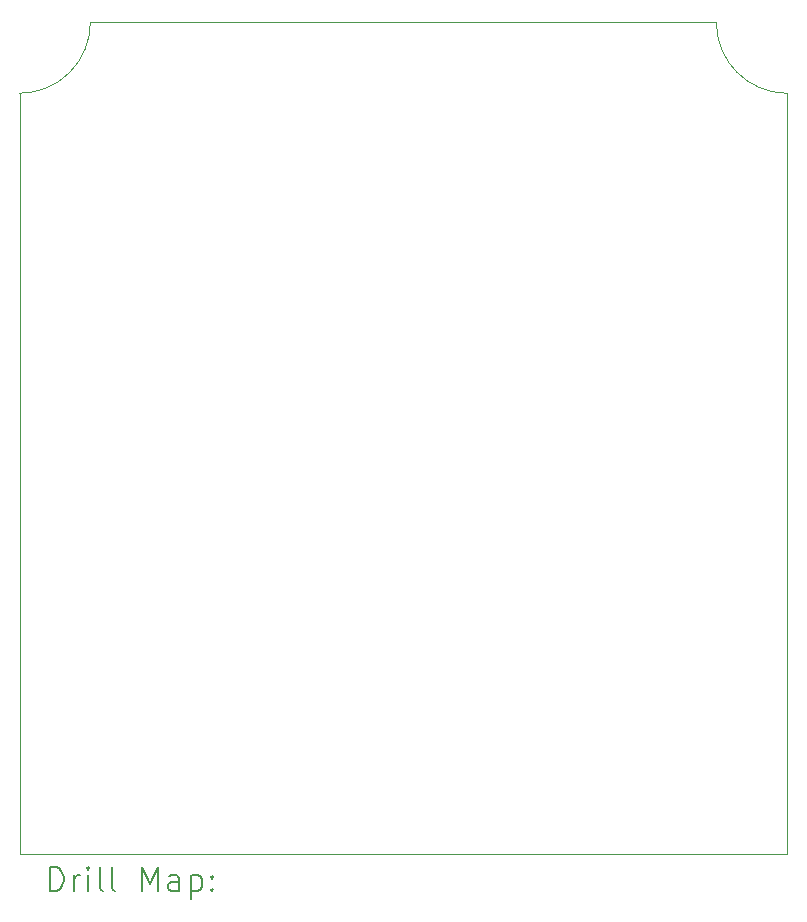
<source format=gbr>
%TF.GenerationSoftware,KiCad,Pcbnew,8.0.1*%
%TF.CreationDate,2024-08-15T13:48:45+05:00*%
%TF.ProjectId,Life_pedal,4c696665-5f70-4656-9461-6c2e6b696361,rev?*%
%TF.SameCoordinates,Original*%
%TF.FileFunction,Drillmap*%
%TF.FilePolarity,Positive*%
%FSLAX45Y45*%
G04 Gerber Fmt 4.5, Leading zero omitted, Abs format (unit mm)*
G04 Created by KiCad (PCBNEW 8.0.1) date 2024-08-15 13:48:45*
%MOMM*%
%LPD*%
G01*
G04 APERTURE LIST*
%ADD10C,0.050000*%
%ADD11C,0.200000*%
G04 APERTURE END LIST*
D10*
X12180000Y-3440000D02*
G75*
G02*
X11580000Y-4040000I-600000J0D01*
G01*
X18080000Y-4040000D02*
G75*
G02*
X17480000Y-3440000I0J600000D01*
G01*
X12180000Y-3440000D02*
X17480000Y-3440000D01*
X11580000Y-10480000D02*
X11580000Y-4040000D01*
X18080000Y-10480000D02*
X11580000Y-10480000D01*
X18080000Y-4040000D02*
X18080000Y-10480000D01*
D11*
X11838277Y-10793984D02*
X11838277Y-10593984D01*
X11838277Y-10593984D02*
X11885896Y-10593984D01*
X11885896Y-10593984D02*
X11914467Y-10603508D01*
X11914467Y-10603508D02*
X11933515Y-10622555D01*
X11933515Y-10622555D02*
X11943039Y-10641603D01*
X11943039Y-10641603D02*
X11952562Y-10679698D01*
X11952562Y-10679698D02*
X11952562Y-10708270D01*
X11952562Y-10708270D02*
X11943039Y-10746365D01*
X11943039Y-10746365D02*
X11933515Y-10765412D01*
X11933515Y-10765412D02*
X11914467Y-10784460D01*
X11914467Y-10784460D02*
X11885896Y-10793984D01*
X11885896Y-10793984D02*
X11838277Y-10793984D01*
X12038277Y-10793984D02*
X12038277Y-10660650D01*
X12038277Y-10698746D02*
X12047801Y-10679698D01*
X12047801Y-10679698D02*
X12057324Y-10670174D01*
X12057324Y-10670174D02*
X12076372Y-10660650D01*
X12076372Y-10660650D02*
X12095420Y-10660650D01*
X12162086Y-10793984D02*
X12162086Y-10660650D01*
X12162086Y-10593984D02*
X12152562Y-10603508D01*
X12152562Y-10603508D02*
X12162086Y-10613031D01*
X12162086Y-10613031D02*
X12171610Y-10603508D01*
X12171610Y-10603508D02*
X12162086Y-10593984D01*
X12162086Y-10593984D02*
X12162086Y-10613031D01*
X12285896Y-10793984D02*
X12266848Y-10784460D01*
X12266848Y-10784460D02*
X12257324Y-10765412D01*
X12257324Y-10765412D02*
X12257324Y-10593984D01*
X12390658Y-10793984D02*
X12371610Y-10784460D01*
X12371610Y-10784460D02*
X12362086Y-10765412D01*
X12362086Y-10765412D02*
X12362086Y-10593984D01*
X12619229Y-10793984D02*
X12619229Y-10593984D01*
X12619229Y-10593984D02*
X12685896Y-10736841D01*
X12685896Y-10736841D02*
X12752562Y-10593984D01*
X12752562Y-10593984D02*
X12752562Y-10793984D01*
X12933515Y-10793984D02*
X12933515Y-10689222D01*
X12933515Y-10689222D02*
X12923991Y-10670174D01*
X12923991Y-10670174D02*
X12904943Y-10660650D01*
X12904943Y-10660650D02*
X12866848Y-10660650D01*
X12866848Y-10660650D02*
X12847801Y-10670174D01*
X12933515Y-10784460D02*
X12914467Y-10793984D01*
X12914467Y-10793984D02*
X12866848Y-10793984D01*
X12866848Y-10793984D02*
X12847801Y-10784460D01*
X12847801Y-10784460D02*
X12838277Y-10765412D01*
X12838277Y-10765412D02*
X12838277Y-10746365D01*
X12838277Y-10746365D02*
X12847801Y-10727317D01*
X12847801Y-10727317D02*
X12866848Y-10717793D01*
X12866848Y-10717793D02*
X12914467Y-10717793D01*
X12914467Y-10717793D02*
X12933515Y-10708270D01*
X13028753Y-10660650D02*
X13028753Y-10860650D01*
X13028753Y-10670174D02*
X13047801Y-10660650D01*
X13047801Y-10660650D02*
X13085896Y-10660650D01*
X13085896Y-10660650D02*
X13104943Y-10670174D01*
X13104943Y-10670174D02*
X13114467Y-10679698D01*
X13114467Y-10679698D02*
X13123991Y-10698746D01*
X13123991Y-10698746D02*
X13123991Y-10755889D01*
X13123991Y-10755889D02*
X13114467Y-10774936D01*
X13114467Y-10774936D02*
X13104943Y-10784460D01*
X13104943Y-10784460D02*
X13085896Y-10793984D01*
X13085896Y-10793984D02*
X13047801Y-10793984D01*
X13047801Y-10793984D02*
X13028753Y-10784460D01*
X13209705Y-10774936D02*
X13219229Y-10784460D01*
X13219229Y-10784460D02*
X13209705Y-10793984D01*
X13209705Y-10793984D02*
X13200182Y-10784460D01*
X13200182Y-10784460D02*
X13209705Y-10774936D01*
X13209705Y-10774936D02*
X13209705Y-10793984D01*
X13209705Y-10670174D02*
X13219229Y-10679698D01*
X13219229Y-10679698D02*
X13209705Y-10689222D01*
X13209705Y-10689222D02*
X13200182Y-10679698D01*
X13200182Y-10679698D02*
X13209705Y-10670174D01*
X13209705Y-10670174D02*
X13209705Y-10689222D01*
M02*

</source>
